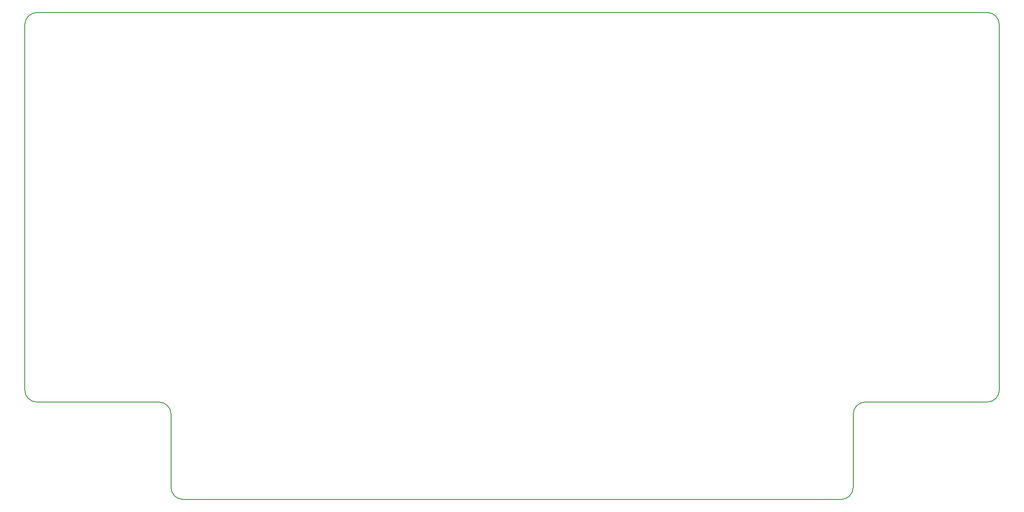
<source format=gm1>
G04 #@! TF.GenerationSoftware,KiCad,Pcbnew,(5.1.2)-2*
G04 #@! TF.CreationDate,2019-10-09T00:02:49-05:00*
G04 #@! TF.ProjectId,ai03-pcb-guide,61693033-2d70-4636-922d-67756964652e,rev?*
G04 #@! TF.SameCoordinates,Original*
G04 #@! TF.FileFunction,Profile,NP*
%FSLAX46Y46*%
G04 Gerber Fmt 4.6, Leading zero omitted, Abs format (unit mm)*
G04 Created by KiCad (PCBNEW (5.1.2)-2) date 2019-10-09 00:02:49*
%MOMM*%
%LPD*%
G04 APERTURE LIST*
%ADD10C,0.150000*%
G04 APERTURE END LIST*
D10*
X78581250Y-107156250D02*
G75*
G02X76200000Y-104775000I0J2381250D01*
G01*
X102393750Y-107156250D02*
G75*
G02X104775000Y-109537500I0J-2381250D01*
G01*
X107156250Y-126206250D02*
G75*
G02X104775000Y-123825000I0J2381250D01*
G01*
X238125000Y-123825000D02*
G75*
G02X235743750Y-126206250I-2381250J0D01*
G01*
X238125000Y-109537500D02*
G75*
G02X240506250Y-107156250I2381250J0D01*
G01*
X266700000Y-104775000D02*
G75*
G02X264318750Y-107156250I-2381250J0D01*
G01*
X264318750Y-30956250D02*
G75*
G02X266700000Y-33337500I0J-2381250D01*
G01*
X76200000Y-33337500D02*
G75*
G02X78581250Y-30956250I2381250J0D01*
G01*
X264318750Y-30956250D02*
X78581250Y-30956250D01*
X266700000Y-104775000D02*
X266700000Y-33337500D01*
X240506250Y-107156250D02*
X264318750Y-107156250D01*
X238125000Y-123825000D02*
X238125000Y-109537500D01*
X107156250Y-126206250D02*
X235743750Y-126206250D01*
X104775000Y-109537500D02*
X104775000Y-123825000D01*
X78581250Y-107156250D02*
X102393750Y-107156250D01*
X76200000Y-33337500D02*
X76200000Y-104775000D01*
M02*

</source>
